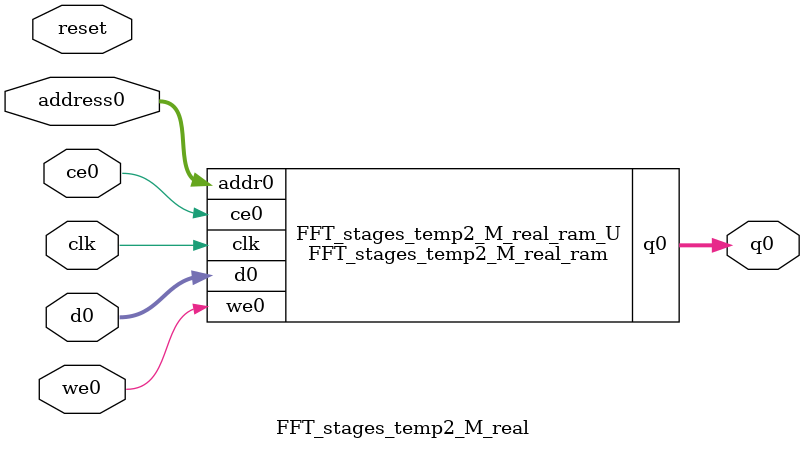
<source format=v>
`timescale 1 ns / 1 ps
module FFT_stages_temp2_M_real_ram (addr0, ce0, d0, we0, q0,  clk);

parameter DWIDTH = 32;
parameter AWIDTH = 3;
parameter MEM_SIZE = 8;

input[AWIDTH-1:0] addr0;
input ce0;
input[DWIDTH-1:0] d0;
input we0;
output reg[DWIDTH-1:0] q0;
input clk;

(* ram_style = "distributed" *)reg [DWIDTH-1:0] ram[0:MEM_SIZE-1];




always @(posedge clk)  
begin 
    if (ce0) 
    begin
        if (we0) 
        begin 
            ram[addr0] <= d0; 
        end 
        q0 <= ram[addr0];
    end
end


endmodule

`timescale 1 ns / 1 ps
module FFT_stages_temp2_M_real(
    reset,
    clk,
    address0,
    ce0,
    we0,
    d0,
    q0);

parameter DataWidth = 32'd32;
parameter AddressRange = 32'd8;
parameter AddressWidth = 32'd3;
input reset;
input clk;
input[AddressWidth - 1:0] address0;
input ce0;
input we0;
input[DataWidth - 1:0] d0;
output[DataWidth - 1:0] q0;



FFT_stages_temp2_M_real_ram FFT_stages_temp2_M_real_ram_U(
    .clk( clk ),
    .addr0( address0 ),
    .ce0( ce0 ),
    .we0( we0 ),
    .d0( d0 ),
    .q0( q0 ));

endmodule


</source>
